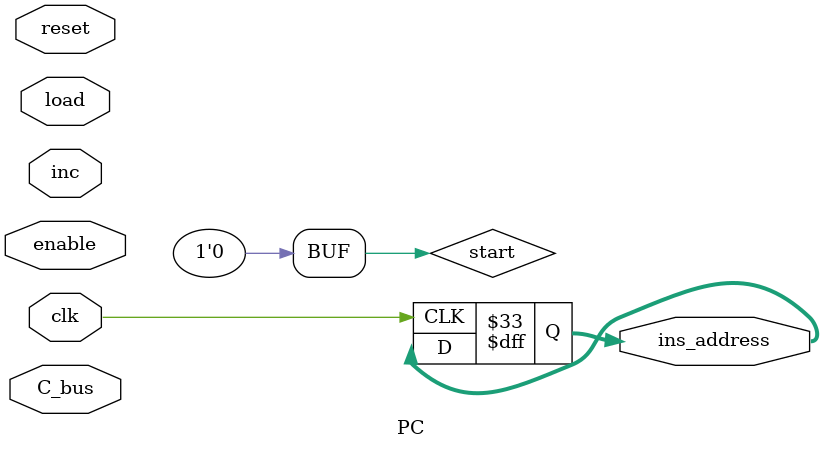
<source format=v>
/***************************************************************
EN3030 - Circuits and System Design
180497C - 180554B - 180564F - 180574K
Designing a custom processor for Image Downsampling

Module : Program Counter
****************************************************************/
module PC(
    input clk,
    input enable,
    input reset,
    input load,
    input inc,
    input [7:0] C_bus,

    output reg [7:0] ins_address
);

//initializing start flag and instruction address
reg start = 1'b0;

initial begin
    ins_address = 8'b0;
end

//State block (to ensure CPI=4)
reg [1:0] state = 2'b0;

always@(negedge clk)
    begin
        if (start) begin
            case (state)
                2'b00 : state = 2'b01;
                2'b01 : state = 2'b10;
                2'b10 : state = 2'b11;
                2'b11 : state = 2'b00;
                default : state = state;
            endcase
        end
    end

//Program counter functions
always@(posedge clk)
    begin
        if (finish) ins_address <= ins_address;

        else if (start) begin
            if (state == 2'b11 && load) begin
                ins_address <= C_bus;
            end

            else if (state == 2'b11 && inc) begin
                ins_address <= ins_address + 8'b00000001;
            end

            else begin
                ins_address <= ins_address;
            end
        end 
    end

endmodule

</source>
